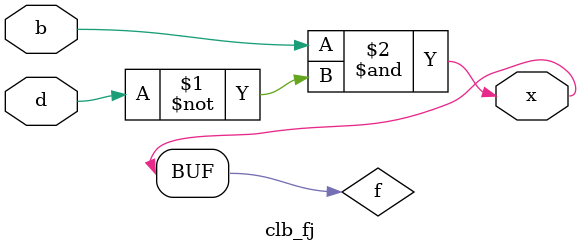
<source format=v>
module clb_fj(
	input b,
	input d,
	output x
);

	wire f;
	assign f = b & ~d;
	assign x = f;

endmodule

</source>
